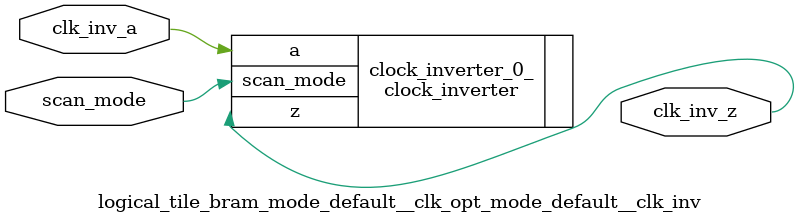
<source format=v>
`timescale 1ns / 1ps

`default_nettype wire

// ----- Verilog module for logical_tile_bram_mode_default__clk_opt_mode_default__clk_inv -----
module logical_tile_bram_mode_default__clk_opt_mode_default__clk_inv(scan_mode,
                                                                     clk_inv_z,
                                                                     clk_inv_a);
//----- GLOBAL PORTS -----
input [0:0] scan_mode;
//----- OUTPUT PORTS -----
output [0:0] clk_inv_z;
//----- CLOCK PORTS -----
input [0:0] clk_inv_a;

//----- BEGIN Registered ports -----
//----- END Registered ports -----



// ----- BEGIN Local short connections -----
// ----- END Local short connections -----
// ----- BEGIN Local output short connections -----
// ----- END Local output short connections -----

	clock_inverter clock_inverter_0_ (
		.scan_mode(scan_mode),
		.a(clk_inv_a),
		.z(clk_inv_z));

endmodule
// ----- END Verilog module for logical_tile_bram_mode_default__clk_opt_mode_default__clk_inv -----

//----- Default net type -----
`default_nettype none




</source>
